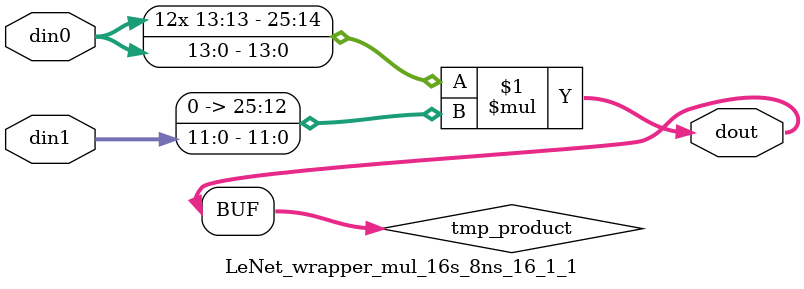
<source format=v>

`timescale 1 ns / 1 ps

  module LeNet_wrapper_mul_16s_8ns_16_1_1(din0, din1, dout);
parameter ID = 1;
parameter NUM_STAGE = 0;
parameter din0_WIDTH = 14;
parameter din1_WIDTH = 12;
parameter dout_WIDTH = 26;

input [din0_WIDTH - 1 : 0] din0; 
input [din1_WIDTH - 1 : 0] din1; 
output [dout_WIDTH - 1 : 0] dout;

wire signed [dout_WIDTH - 1 : 0] tmp_product;












assign tmp_product = $signed(din0) * $signed({1'b0, din1});









assign dout = tmp_product;







endmodule

</source>
